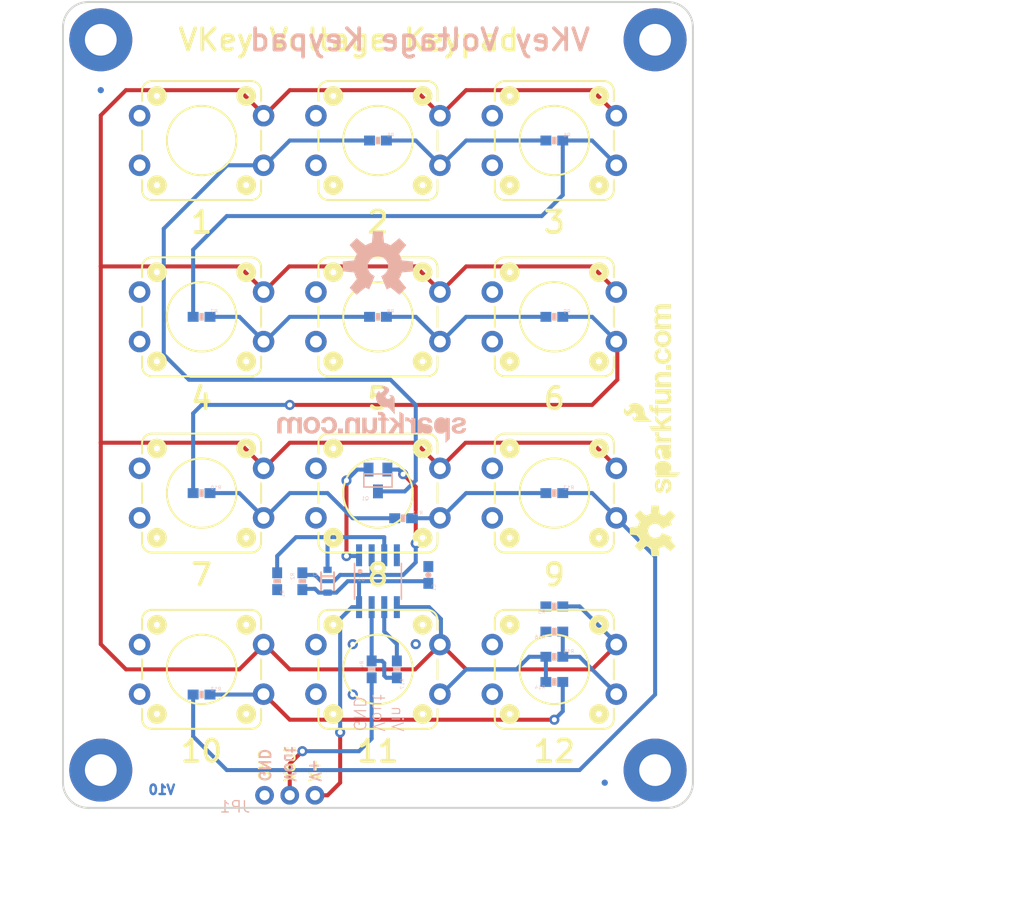
<source format=kicad_pcb>
(kicad_pcb (version 20211014) (generator pcbnew)
  (layers (0 "F.Cu" signal) (1 "In1.Cu" signal) (2 "In2.Cu" signal) (3 "In3.Cu" signal) (4 "In4.Cu" signal) (5 "In5.Cu" signal) (6 "In6.Cu" signal) (7 "In7.Cu" signal) (8 "In8.Cu" signal) (9 "In9.Cu" signal) (10 "In10.Cu" signal) (11 "In11.Cu" signal) (12 "In12.Cu" signal) (13 "In13.Cu" signal) (14 "In14.Cu" signal) (31 "B.Cu" signal) (34 "B.Paste" user) (35 "F.Paste" user) (36 "B.SilkS" user "B.Silkscreen") (37 "F.SilkS" user "F.Silkscreen") (38 "B.Mask" user) (39 "F.Mask" user) (44 "Edge.Cuts" user))
  (net 0 "")
  (net 1 "5V")
  (net 2 "GND")
  (net 3 "VOUT")
  (net 4 "N$1")
  (net 5 "N$5")
  (net 6 "N$6")
  (net 7 "N$7")
  (net 8 "N$8")
  (net 9 "N$9")
  (net 10 "N$10")
  (net 11 "N$11")
  (net 12 "N$13")
  (net 13 "N$14")
  (net 14 "N$15")
  (net 15 "N$16")
  (net 16 "N$4")
  (net 17 "N$2")
  (net 18 "N$3")
  (net 19 "N$12")
  (net 20 "N$17")
  (net 21 "N$18")
  (footprint "boardEagle:TACTILE-PTH-12MM" (layer "F.Cu") (at 148.5011 96.1136)
    (fp_text reference "S5" hide)
    (fp_text value "SWITCH-MOMENTARY-212MM" hide)
    (pad "1" thru_hole circle (at 6.25 2.5) (size 2.159 2.159) (drill 1.2) (layers *.Cu *.Mask) (net 10 "N$10"))
    (pad "2" thru_hole circle (at -6.25 2.5) (size 2.159 2.159) (drill 1.2) (layers *.Cu *.Mask))
    (pad "3" thru_hole circle (at 6.25 -2.5) (size 2.159 2.159) (drill 1.2) (layers *.Cu *.Mask) (net 18 "N$3"))
    (pad "4" thru_hole circle (at -6.25 -2.5) (size 2.159 2.159) (drill 1.2) (layers *.Cu *.Mask))
  )
  (footprint "boardEagle:TACTILE-PTH-12MM" (layer "F.Cu") (at 148.5011 113.8936)
    (fp_text reference "S8" hide)
    (fp_text value "SWITCH-MOMENTARY-212MM" hide)
    (pad "1" thru_hole circle (at 6.25 2.5) (size 2.159 2.159) (drill 1.2) (layers *.Cu *.Mask) (net 12 "N$13"))
    (pad "2" thru_hole circle (at -6.25 2.5) (size 2.159 2.159) (drill 1.2) (layers *.Cu *.Mask))
    (pad "3" thru_hole circle (at 6.25 -2.5) (size 2.159 2.159) (drill 1.2) (layers *.Cu *.Mask) (net 18 "N$3"))
    (pad "4" thru_hole circle (at -6.25 -2.5) (size 2.159 2.159) (drill 1.2) (layers *.Cu *.Mask))
  )
  (footprint "boardEagle:OSHW-LOGO-M" (layer "F.Cu") (at 176.4411 117.7036 90)
    (fp_text reference "LOGO3" hide)
    (fp_text value "OSHW-LOGOM" hide)
  )
  (footprint "boardEagle:TACTILE-PTH-12MM" (layer "F.Cu") (at 166.2811 131.6736)
    (fp_text reference "S12" hide)
    (fp_text value "SWITCH-MOMENTARY-212MM" hide)
    (pad "1" thru_hole circle (at 6.25 2.5) (size 2.159 2.159) (drill 1.2) (layers *.Cu *.Mask) (net 15 "N$16"))
    (pad "2" thru_hole circle (at -6.25 2.5) (size 2.159 2.159) (drill 1.2) (layers *.Cu *.Mask))
    (pad "3" thru_hole circle (at 6.25 -2.5) (size 2.159 2.159) (drill 1.2) (layers *.Cu *.Mask) (net 18 "N$3"))
    (pad "4" thru_hole circle (at -6.25 -2.5) (size 2.159 2.159) (drill 1.2) (layers *.Cu *.Mask))
  )
  (footprint "boardEagle:TACTILE-PTH-12MM" (layer "F.Cu") (at 166.2811 113.8936)
    (fp_text reference "S9" hide)
    (fp_text value "SWITCH-MOMENTARY-212MM" hide)
    (pad "1" thru_hole circle (at 6.25 2.5) (size 2.159 2.159) (drill 1.2) (layers *.Cu *.Mask) (net 13 "N$14"))
    (pad "2" thru_hole circle (at -6.25 2.5) (size 2.159 2.159) (drill 1.2) (layers *.Cu *.Mask))
    (pad "3" thru_hole circle (at 6.25 -2.5) (size 2.159 2.159) (drill 1.2) (layers *.Cu *.Mask) (net 18 "N$3"))
    (pad "4" thru_hole circle (at -6.25 -2.5) (size 2.159 2.159) (drill 1.2) (layers *.Cu *.Mask))
  )
  (footprint "boardEagle:TACTILE-PTH-12MM" (layer "F.Cu") (at 166.2811 78.3336)
    (fp_text reference "S3" hide)
    (fp_text value "SWITCH-MOMENTARY-212MM" hide)
    (pad "1" thru_hole circle (at 6.25 2.5) (size 2.159 2.159) (drill 1.2) (layers *.Cu *.Mask) (net 8 "N$8"))
    (pad "2" thru_hole circle (at -6.25 2.5) (size 2.159 2.159) (drill 1.2) (layers *.Cu *.Mask))
    (pad "3" thru_hole circle (at 6.25 -2.5) (size 2.159 2.159) (drill 1.2) (layers *.Cu *.Mask) (net 18 "N$3"))
    (pad "4" thru_hole circle (at -6.25 -2.5) (size 2.159 2.159) (drill 1.2) (layers *.Cu *.Mask))
  )
  (footprint "boardEagle:STANDOFF-ELECTRICAL" (layer "F.Cu") (at 120.5611 68.1736)
    (fp_text reference "S16" hide)
    (fp_text value "STANDOFF_ELECTRICAL" hide)
    (pad "P1" thru_hole circle (at 0 0) (size 6.35 6.35) (drill 3.2) (layers *.Cu *.Mask) (net 2 "GND"))
  )
  (footprint "boardEagle:TACTILE-PTH-12MM" (layer "F.Cu") (at 130.7211 96.1136)
    (fp_text reference "S4" hide)
    (fp_text value "SWITCH-MOMENTARY-212MM" hide)
    (pad "1" thru_hole circle (at 6.25 2.5) (size 2.159 2.159) (drill 1.2) (layers *.Cu *.Mask) (net 9 "N$9"))
    (pad "2" thru_hole circle (at -6.25 2.5) (size 2.159 2.159) (drill 1.2) (layers *.Cu *.Mask))
    (pad "3" thru_hole circle (at 6.25 -2.5) (size 2.159 2.159) (drill 1.2) (layers *.Cu *.Mask) (net 18 "N$3"))
    (pad "4" thru_hole circle (at -6.25 -2.5) (size 2.159 2.159) (drill 1.2) (layers *.Cu *.Mask))
  )
  (footprint "boardEagle:TACTILE-PTH-12MM" (layer "F.Cu") (at 130.7211 131.6736)
    (fp_text reference "S10" hide)
    (fp_text value "SWITCH-MOMENTARY-212MM" hide)
    (pad "1" thru_hole circle (at 6.25 2.5) (size 2.159 2.159) (drill 1.2) (layers *.Cu *.Mask) (net 14 "N$15"))
    (pad "2" thru_hole circle (at -6.25 2.5) (size 2.159 2.159) (drill 1.2) (layers *.Cu *.Mask))
    (pad "3" thru_hole circle (at 6.25 -2.5) (size 2.159 2.159) (drill 1.2) (layers *.Cu *.Mask) (net 18 "N$3"))
    (pad "4" thru_hole circle (at -6.25 -2.5) (size 2.159 2.159) (drill 1.2) (layers *.Cu *.Mask))
  )
  (footprint "boardEagle:TACTILE-PTH-12MM" (layer "F.Cu") (at 130.7211 78.3336)
    (fp_text reference "S1" hide)
    (fp_text value "SWITCH-MOMENTARY-212MM" hide)
    (pad "1" thru_hole circle (at 6.25 2.5) (size 2.159 2.159) (drill 1.2) (layers *.Cu *.Mask) (net 6 "N$6"))
    (pad "2" thru_hole circle (at -6.25 2.5) (size 2.159 2.159) (drill 1.2) (layers *.Cu *.Mask))
    (pad "3" thru_hole circle (at 6.25 -2.5) (size 2.159 2.159) (drill 1.2) (layers *.Cu *.Mask) (net 18 "N$3"))
    (pad "4" thru_hole circle (at -6.25 -2.5) (size 2.159 2.159) (drill 1.2) (layers *.Cu *.Mask))
  )
  (footprint "boardEagle:STANDOFF-ELECTRICAL" (layer "F.Cu") (at 176.4411 68.1736)
    (fp_text reference "S13" hide)
    (fp_text value "STANDOFF_ELECTRICAL" hide)
    (pad "P1" thru_hole circle (at 0 0) (size 6.35 6.35) (drill 3.2) (layers *.Cu *.Mask) (net 2 "GND"))
  )
  (footprint "boardEagle:STANDOFF-ELECTRICAL" (layer "F.Cu") (at 176.4411 141.8336)
    (fp_text reference "S14" hide)
    (fp_text value "STANDOFF_ELECTRICAL" hide)
    (pad "P1" thru_hole circle (at 0 0) (size 6.35 6.35) (drill 3.2) (layers *.Cu *.Mask) (net 2 "GND"))
  )
  (footprint "boardEagle:CREATIVE_COMMONS" (layer "F.Cu") (at 130.7211 155.8036)
    (fp_text reference "FRAME1" hide)
    (fp_text value "FRAME-LETTER" hide)
  )
  (footprint "boardEagle:TACTILE-PTH-12MM" (layer "F.Cu") (at 130.7211 113.8936)
    (fp_text reference "S7" hide)
    (fp_text value "SWITCH-MOMENTARY-212MM" hide)
    (pad "1" thru_hole circle (at 6.25 2.5) (size 2.159 2.159) (drill 1.2) (layers *.Cu *.Mask) (net 19 "N$12"))
    (pad "2" thru_hole circle (at -6.25 2.5) (size 2.159 2.159) (drill 1.2) (layers *.Cu *.Mask))
    (pad "3" thru_hole circle (at 6.25 -2.5) (size 2.159 2.159) (drill 1.2) (layers *.Cu *.Mask) (net 18 "N$3"))
    (pad "4" thru_hole circle (at -6.25 -2.5) (size 2.159 2.159) (drill 1.2) (layers *.Cu *.Mask))
  )
  (footprint "boardEagle:STANDOFF-ELECTRICAL" (layer "F.Cu") (at 120.5611 141.8336)
    (fp_text reference "S15" hide)
    (fp_text value "STANDOFF_ELECTRICAL" hide)
    (pad "P1" thru_hole circle (at 0 0) (size 6.35 6.35) (drill 3.2) (layers *.Cu *.Mask) (net 2 "GND"))
  )
  (footprint "boardEagle:TACTILE-PTH-12MM" (layer "F.Cu") (at 148.5011 78.3336)
    (fp_text reference "S2" hide)
    (fp_text value "SWITCH-MOMENTARY-212MM" hide)
    (pad "1" thru_hole circle (at 6.25 2.5) (size 2.159 2.159) (drill 1.2) (layers *.Cu *.Mask) (net 7 "N$7"))
    (pad "2" thru_hole circle (at -6.25 2.5) (size 2.159 2.159) (drill 1.2) (layers *.Cu *.Mask))
    (pad "3" thru_hole circle (at 6.25 -2.5) (size 2.159 2.159) (drill 1.2) (layers *.Cu *.Mask) (net 18 "N$3"))
    (pad "4" thru_hole circle (at -6.25 -2.5) (size 2.159 2.159) (drill 1.2) (layers *.Cu *.Mask))
  )
  (footprint "boardEagle:TACTILE-PTH-12MM" (layer "F.Cu") (at 148.5011 131.6736)
    (fp_text reference "S11" hide)
    (fp_text value "SWITCH-MOMENTARY-212MM" hide)
    (pad "1" thru_hole circle (at 6.25 2.5) (size 2.159 2.159) (drill 1.2) (layers *.Cu *.Mask) (net 16 "N$4"))
    (pad "2" thru_hole circle (at -6.25 2.5) (size 2.159 2.159) (drill 1.2) (layers *.Cu *.Mask))
    (pad "3" thru_hole circle (at 6.25 -2.5) (size 2.159 2.159) (drill 1.2) (layers *.Cu *.Mask) (net 18 "N$3"))
    (pad "4" thru_hole circle (at -6.25 -2.5) (size 2.159 2.159) (drill 1.2) (layers *.Cu *.Mask))
  )
  (footprint "boardEagle:TACTILE-PTH-12MM" (layer "F.Cu") (at 166.2811 96.1136)
    (fp_text reference "S6" hide)
    (fp_text value "SWITCH-MOMENTARY-212MM" hide)
    (pad "1" thru_hole circle (at 6.25 2.5) (size 2.159 2.159) (drill 1.2) (layers *.Cu *.Mask) (net 11 "N$11"))
    (pad "2" thru_hole circle (at -6.25 2.5) (size 2.159 2.159) (drill 1.2) (layers *.Cu *.Mask))
    (pad "3" thru_hole circle (at 6.25 -2.5) (size 2.159 2.159) (drill 1.2) (layers *.Cu *.Mask) (net 18 "N$3"))
    (pad "4" thru_hole circle (at -6.25 -2.5) (size 2.159 2.159) (drill 1.2) (layers *.Cu *.Mask))
  )
  (footprint "boardEagle:SFE-NEW-WEBLOGO" (layer "F.Cu") (at 178.9811 113.8936 90)
    (fp_text reference "LOGO1" hide)
    (fp_text value "LOGO-SFENEW" hide)
  )
  (footprint "boardEagle:0603-RES" (layer "B.Cu") (at 166.2811 125.3236)
    (fp_text reference "R3" (at -0.889 0.762 180) (layer "B.SilkS") (effects (font (size 0.373888 0.373888) (thickness 0.032512)) (justify left bottom mirror)))
    (fp_text value "1meg")
    (pad "1" smd rect (at -0.85 0) (size 1.1 1) (layers "B.Cu" "B.Paste" "B.Mask") (net 2 "GND"))
    (pad "2" smd rect (at 0.85 0) (size 1.1 1) (layers "B.Cu" "B.Paste" "B.Mask") (net 18 "N$3"))
  )
  (footprint "boardEagle:0603-RES" (layer "B.Cu") (at 166.2811 113.8936 180)
    (fp_text reference "R12" (at -0.889 0.762) (layer "B.SilkS") (effects (font (size 0.373888 0.373888) (thickness 0.032512)) (justify right top mirror)))
    (fp_text value "330")
    (pad "1" smd rect (at -0.85 0 180) (size 1.1 1) (layers "B.Cu" "B.Paste" "B.Mask") (net 13 "N$14"))
    (pad "2" smd rect (at 0.85 0 180) (size 1.1 1) (layers "B.Cu" "B.Paste" "B.Mask") (net 12 "N$13"))
  )
  (footprint "boardEagle:SO08" (layer "B.Cu") (at 148.5011 122.7836)
    (fp_text reference "U1" (at -1.27 0 180) (layer "B.SilkS") (effects (font (size 0.373888 0.373888) (thickness 0.032512)) (justify left bottom mirror)))
    (fp_text value "LMV358")
    (pad "1" smd rect (at -1.905 -2.6162) (size 0.6096 2.2098) (layers "B.Cu" "B.Paste" "B.Mask") (net 17 "N$2"))
    (pad "2" smd rect (at -0.635 -2.6162) (size 0.6096 2.2098) (layers "B.Cu" "B.Paste" "B.Mask") (net 5 "N$5"))
    (pad "3" smd rect (at 0.635 -2.6162) (size 0.6096 2.2098) (layers "B.Cu" "B.Paste" "B.Mask") (net 4 "N$1"))
    (pad "4" smd rect (at 1.905 -2.6162) (size 0.6096 2.2098) (layers "B.Cu" "B.Paste" "B.Mask") (net 2 "GND"))
    (pad "5" smd rect (at 1.905 2.6162) (size 0.6096 2.2098) (layers "B.Cu" "B.Paste" "B.Mask") (net 18 "N$3"))
    (pad "6" smd rect (at 0.635 2.6162) (size 0.6096 2.2098) (layers "B.Cu" "B.Paste" "B.Mask") (net 21 "N$18"))
    (pad "7" smd rect (at -0.635 2.6162) (size 0.6096 2.2098) (layers "B.Cu" "B.Paste" "B.Mask") (net 20 "N$17"))
    (pad "8" smd rect (at -1.905 2.6162) (size 0.6096 2.2098) (layers "B.Cu" "B.Paste" "B.Mask") (net 1 "5V"))
  )
  (footprint "boardEagle:SFE-NEW-WEBLOGO" (layer "B.Cu") (at 157.3911 108.8136 180)
    (fp_text reference "LOGO2" hide)
    (fp_text value "LOGO-SFENEW" hide)
  )
  (footprint "boardEagle:0603-RES" (layer "B.Cu") (at 130.7211 134.2136 180)
    (fp_text reference "R13" (at -0.889 0.762) (layer "B.SilkS") (effects (font (size 0.373888 0.373888) (thickness 0.032512)) (justify right top mirror)))
    (fp_text value "330")
    (pad "1" smd rect (at -0.85 0 180) (size 1.1 1) (layers "B.Cu" "B.Paste" "B.Mask") (net 14 "N$15"))
    (pad "2" smd rect (at 0.85 0 180) (size 1.1 1) (layers "B.Cu" "B.Paste" "B.Mask") (net 13 "N$14"))
  )
  (footprint "boardEagle:0603-RES" (layer "B.Cu") (at 140.8811 122.7836 -90)
    (fp_text reference "R2" (at -0.889 0.762 90) (layer "B.SilkS") (effects (font (size 0.373888 0.373888) (thickness 0.032512)) (justify left bottom mirror)))
    (fp_text value "1k")
    (pad "1" smd rect (at -0.85 0 270) (size 1.1 1) (layers "B.Cu" "B.Paste" "B.Mask") (net 5 "N$5"))
    (pad "2" smd rect (at 0.85 0 270) (size 1.1 1) (layers "B.Cu" "B.Paste" "B.Mask") (net 1 "5V"))
  )
  (footprint "boardEagle:0603-RES" (layer "B.Cu") (at 166.2811 78.3336 180)
    (fp_text reference "R6" (at -0.889 0.762) (layer "B.SilkS") (effects (font (size 0.373888 0.373888) (thickness 0.032512)) (justify right top mirror)))
    (fp_text value "330")
    (pad "1" smd rect (at -0.85 0 180) (size 1.1 1) (layers "B.Cu" "B.Paste" "B.Mask") (net 8 "N$8"))
    (pad "2" smd rect (at 0.85 0 180) (size 1.1 1) (layers "B.Cu" "B.Paste" "B.Mask") (net 7 "N$7"))
  )
  (footprint "boardEagle:0603-RES" (layer "B.Cu") (at 151.0411 116.4336 180)
    (fp_text reference "R11" (at -0.889 0.762) (layer "B.SilkS") (effects (font (size 0.373888 0.373888) (thickness 0.032512)) (justify right top mirror)))
    (fp_text value "330")
    (pad "1" smd rect (at -0.85 0 180) (size 1.1 1) (layers "B.Cu" "B.Paste" "B.Mask") (net 12 "N$13"))
    (pad "2" smd rect (at 0.85 0 180) (size 1.1 1) (layers "B.Cu" "B.Paste" "B.Mask") (net 19 "N$12"))
  )
  (footprint "boardEagle:0603-RES" (layer "B.Cu") (at 148.5011 78.3336 180)
    (fp_text reference "R5" (at -0.889 0.762) (layer "B.SilkS") (effects (font (size 0.373888 0.373888) (thickness 0.032512)) (justify right top mirror)))
    (fp_text value "330")
    (pad "1" smd rect (at -0.85 0 180) (size 1.1 1) (layers "B.Cu" "B.Paste" "B.Mask") (net 7 "N$7"))
    (pad "2" smd rect (at 0.85 0 180) (size 1.1 1) (layers "B.Cu" "B.Paste" "B.Mask") (net 6 "N$6"))
  )
  (footprint "boardEagle:MICRO-FIDUCIAL" (layer "B.Cu") (at 120.5611 73.2536 180)
    (fp_text reference "FID2" hide)
    (fp_text value "FIDUCIALUFIDUCIAL" hide)
    (pad "1" smd roundrect (at 0 0 180) (size 0.635 0.635) (layers "B.Cu" "B.Mask") (roundrect_rratio 0.5))
  )
  (footprint "boardEagle:0603-RES" (layer "B.Cu") (at 130.7211 96.1136 180)
    (fp_text reference "R7" (at -0.889 0.762) (layer "B.SilkS") (effects (font (size 0.373888 0.373888) (thickness 0.032512)) (justify right top mirror)))
    (fp_text value "330")
    (pad "1" smd rect (at -0.85 0 180) (size 1.1 1) (layers "B.Cu" "B.Paste" "B.Mask") (net 9 "N$9"))
    (pad "2" smd rect (at 0.85 0 180) (size 1.1 1) (layers "B.Cu" "B.Paste" "B.Mask") (net 8 "N$8"))
  )
  (footprint "boardEagle:0603-RES" (layer "B.Cu") (at 148.5011 96.1136 180)
    (fp_text reference "R8" (at -0.889 0.762) (layer "B.SilkS") (effects (font (size 0.373888 0.373888) (thickness 0.032512)) (justify right top mirror)))
    (fp_text value "330")
    (pad "1" smd rect (at -0.85 0 180) (size 1.1 1) (layers "B.Cu" "B.Paste" "B.Mask") (net 10 "N$10"))
    (pad "2" smd rect (at 0.85 0 180) (size 1.1 1) (layers "B.Cu" "B.Paste" "B.Mask") (net 9 "N$9"))
  )
  (footprint "boardEagle:OSHW-LOGO-L" (layer "B.Cu") (at 148.5011 91.0336 180)
    (fp_text reference "LOGO4" hide)
    (fp_text value "OSHW-LOGOL" hide)
  )
  (footprint "boardEagle:0603-RES" (layer "B.Cu") (at 147.8661 131.6736 -90)
    (fp_text reference "R4" (at -0.889 0.762 90) (layer "B.SilkS") (effects (font (size 0.373888 0.373888) (thickness 0.032512)) (justify left bottom mirror)))
    (fp_text value "100")
    (pad "1" smd rect (at -0.85 0 270) (size 1.1 1) (layers "B.Cu" "B.Paste" "B.Mask") (net 20 "N$17"))
    (pad "2" smd rect (at 0.85 0 270) (size 1.1 1) (layers "B.Cu" "B.Paste" "B.Mask") (net 3 "VOUT"))
  )
  (footprint "boardEagle:SOD-323" (layer "B.Cu") (at 143.4211 122.7836 -90)
    (fp_text reference "D1" (at -0.889 1.016 90) (layer "B.SilkS") (effects (font (size 0.373888 0.373888) (thickness 0.032512)) (justify left bottom mirror)))
    (fp_text value "BAS16")
    (pad "1" smd rect (at -1.15 0 270) (size 0.63 0.83) (layers "B.Cu" "B.Paste" "B.Mask") (net 4 "N$1"))
    (pad "2" smd rect (at 1.15 0 270) (size 0.63 0.83) (layers "B.Cu" "B.Paste" "B.Mask") (net 1 "5V"))
  )
  (footprint "boardEagle:0603-RES" (layer "B.Cu") (at 150.4061 131.6736 90)
    (fp_text reference "R17" (at -0.889 0.762 270) (layer "B.SilkS") (effects (font (size 0.373888 0.373888) (thickness 0.032512)) (justify left bottom mirror)))
    (fp_text value "1k")
    (pad "1" smd rect (at -0.85 0 90) (size 1.1 1) (layers "B.Cu" "B.Paste" "B.Mask") (net 20 "N$17"))
    (pad "2" smd rect (at 0.85 0 90) (size 1.1 1) (layers "B.Cu" "B.Paste" "B.Mask") (net 21 "N$18"))
  )
  (footprint "boardEagle:0603-RES" (layer "B.Cu") (at 166.2811 96.1136 180)
    (fp_text reference "R9" (at -0.889 0.762) (layer "B.SilkS") (effects (font (size 0.373888 0.373888) (thickness 0.032512)) (justify right top mirror)))
    (fp_text value "330")
    (pad "1" smd rect (at -0.85 0 180) (size 1.1 1) (layers "B.Cu" "B.Paste" "B.Mask") (net 11 "N$11"))
    (pad "2" smd rect (at 0.85 0 180) (size 1.1 1) (layers "B.Cu" "B.Paste" "B.Mask") (net 10 "N$10"))
  )
  (footprint "boardEagle:0603-RES" (layer "B.Cu") (at 130.7211 113.8936 180)
    (fp_text reference "R10" (at -0.889 0.762) (layer "B.SilkS") (effects (font (size 0.373888 0.373888) (thickness 0.032512)) (justify right top mirror)))
    (fp_text value "330")
    (pad "1" smd rect (at -0.85 0 180) (size 1.1 1) (layers "B.Cu" "B.Paste" "B.Mask") (net 19 "N$12"))
    (pad "2" smd rect (at 0.85 0 180) (size 1.1 1) (layers "B.Cu" "B.Paste" "B.Mask") (net 11 "N$11"))
  )
  (footprint "boardEagle:0603-RES" (layer "B.Cu") (at 166.2811 127.8636)
    (fp_text reference "R16" (at -0.889 0.762 180) (layer "B.SilkS") (effects (font (size 0.373888 0.373888) (thickness 0.032512)) (justify left bottom mirror)))
    (fp_text value "330")
    (pad "1" smd rect (at -0.85 0) (size 1.1 1) (layers "B.Cu" "B.Paste" "B.Mask") (net 2 "GND"))
    (pad "2" smd rect (at 0.85 0) (size 1.1 1) (layers "B.Cu" "B.Paste" "B.Mask") (net 15 "N$16"))
  )
  (footprint "boardEagle:0603-CAP" (layer "B.Cu") (at 153.5811 122.1486 90)
    (fp_text reference "C1" (at -0.889 0.762 270) (layer "B.SilkS") (effects (font (size 0.373888 0.373888) (thickness 0.032512)) (justify left bottom mirror)))
    (fp_text value ".01uF")
    (pad "1" smd rect (at -0.85 0 90) (size 1.1 1) (layers "B.Cu" "B.Paste" "B.Mask") (net 1 "5V"))
    (pad "2" smd rect (at 0.85 0 90) (size 1.1 1) (layers "B.Cu" "B.Paste" "B.Mask") (net 2 "GND"))
  )
  (footprint "boardEagle:0603-RES" (layer "B.Cu") (at 138.3411 122.7836 90)
    (fp_text reference "R1" (at -0.889 0.762 270) (layer "B.SilkS") (effects (font (size 0.373888 0.373888) (thickness 0.032512)) (justify left bottom mirror)))
    (fp_text value "10k")
    (pad "1" smd rect (at -0.85 0 90) (size 1.1 1) (layers "B.Cu" "B.Paste" "B.Mask") (net 2 "GND"))
    (pad "2" smd rect (at 0.85 0 90) (size 1.1 1) (layers "B.Cu" "B.Paste" "B.Mask") (net 4 "N$1"))
  )
  (footprint "boardEagle:0603-RES" (layer "B.Cu") (at 166.2811 130.4036 180)
    (fp_text reference "R15" (at -0.889 0.762) (layer "B.SilkS") (effects (font (size 0.373888 0.373888) (thickness 0.032512)) (justify right top mirror)))
    (fp_text value "330")
    (pad "1" smd rect (at -0.85 0 180) (size 1.1 1) (layers "B.Cu" "B.Paste" "B.Mask") (net 15 "N$16"))
    (pad "2" smd rect (at 0.85 0 180) (size 1.1 1) (layers "B.Cu" "B.Paste" "B.Mask") (net 16 "N$4"))
  )
  (footprint "boardEagle:0603-RES" (layer "B.Cu") (at 166.2811 132.9436)
    (fp_text reference "R14" (at -0.889 0.762 180) (layer "B.SilkS") (effects (font (size 0.373888 0.373888) (thickness 0.032512)) (justify left bottom mirror)))
    (fp_text value "330")
    (pad "1" smd rect (at -0.85 0) (size 1.1 1) (layers "B.Cu" "B.Paste" "B.Mask") (net 16 "N$4"))
    (pad "2" smd rect (at 0.85 0) (size 1.1 1) (layers "B.Cu" "B.Paste" "B.Mask") (net 14 "N$15"))
  )
  (footprint "boardEagle:SOT23" (layer "B.Cu") (at 148.5011 112.6236)
    (fp_text reference "Q1" (at -0.889 2.032 180) (layer "B.SilkS") (effects (font (size 0.373888 0.373888) (thickness 0.032512)) (justify left bottom mirror)))
    (fp_text value "MMBT3906")
    (pad "1" smd rect (at -0.95 -1.1) (size 1 1.4) (layers "B.Cu" "B.Paste" "B.Mask") (net 17 "N$2"))
    (pad "2" smd rect (at 0.95 -1.1) (size 1 1.4) (layers "B.Cu" "B.Paste" "B.Mask") (net 5 "N$5"))
    (pad "3" smd rect (at 0 1.1) (size 1 1.4) (layers "B.Cu" "B.Paste" "B.Mask") (net 6 "N$6"))
  )
  (footprint "boardEagle:MICRO-FIDUCIAL" (layer "B.Cu") (at 171.3611 143.1036 180)
    (fp_text reference "FID1" hide)
    (fp_text value "FIDUCIALUFIDUCIAL" hide)
    (pad "1" smd roundrect (at 0 0 180) (size 0.635 0.635) (layers "B.Cu" "B.Mask") (roundrect_rratio 0.5))
  )
  (footprint "boardEagle:1X03_NO_SILK" (layer "B.Cu") (at 137.0711 144.3736)
    (fp_text reference "JP1" (at -1.3462 1.8288 180) (layer "B.SilkS") (effects (font (size 1.143 1.143) (thickness 0.127)) (justify left bottom mirror)))
    (fp_text value "POWER & OUTPUT")
    (pad "1" thru_hole circle (at 0 0 270) (size 1.8796 1.8796) (drill 1.016) (layers *.Cu *.Mask) (net 2 "GND"))
    (pad "2" thru_hole circle (at 2.54 0 270) (size 1.8796 1.8796) (drill 1.016) (layers *.Cu *.Mask) (net 3 "VOUT"))
    (pad "3" thru_hole circle (at 5.08 0 270) (size 1.8796 1.8796) (drill 1.016) (layers *.Cu *.Mask) (net 1 "5V"))
  )
  (gr_line (start 116.7511 66.9036) (end 116.7511 143.1036) (layer "Edge.Cuts") (width 0.2032))
  (gr_arc (start 180.2511 143.1036) (mid 179.507151 144.899651) (end 177.7111 145.6436) (layer "Edge.Cuts") (width 0.2032))
  (gr_line (start 119.2911 145.6436) (end 177.7111 145.6436) (layer "Edge.Cuts") (width 0.2032))
  (gr_arc (start 119.2911 145.6436) (mid 117.495049 144.899651) (end 116.7511 143.1036) (layer "Edge.Cuts") (width 0.2032))
  (gr_line (start 180.2511 143.1036) (end 180.2511 66.9036) (layer "Edge.Cuts") (width 0.2032))
  (gr_arc (start 116.7511 66.9036) (mid 117.495049 65.107549) (end 119.2911 64.3636) (layer "Edge.Cuts") (width 0.2032))
  (gr_arc (start 177.7111 64.3636) (mid 179.507151 65.107549) (end 180.2511 66.9036) (layer "Edge.Cuts") (width 0.2032))
  (gr_line (start 177.7111 64.3636) (end 119.2911 64.3636) (layer "Edge.Cuts") (width 0.2032))
  (gr_text "V10" (at 128.1811 144.3736) (layer "B.Cu") (effects (font (size 0.9525 0.9525) (thickness 0.3175)) (justify left bottom mirror)))
  (gr_text "VKey Voltage Keypad" (at 170.0911 69.4436) (layer "B.SilkS") (effects (font (size 2.159 2.159) (thickness 0.381)) (justify left bottom mirror)))
  (gr_text "Vout" (at 147.8661 138.0236 -90) (layer "B.SilkS") (effects (font (size 1.1684 1.1684) (thickness 0.1016)) (justify left bottom mirror)))
  (gr_text "Vin" (at 149.7711 138.0236 -90) (layer "B.SilkS") (effects (font (size 1.1684 1.1684) (thickness 0.1016)) (justify left bottom mirror)))
  (gr_text "GND" (at 137.0711 143.1036 -90) (layer "B.SilkS") (effects (font (size 1.0795 1.0795) (thickness 0.1905)) (justify left mirror)))
  (gr_text "Vout" (at 139.6111 143.1036 -90) (layer "B.SilkS") (effects (font (size 1.0795 1.0795) (thickness 0.1905)) (justify left mirror)))
  (gr_text "V+" (at 142.1511 143.1036 -90) (layer "B.SilkS") (effects (font (size 1.0795 1.0795) (thickness 0.1905)) (justify left mirror)))
  (gr_text "GND" (at 145.9611 138.0236 -90) (layer "B.SilkS") (effects (font (size 1.1684 1.1684) (thickness 0.1016)) (justify left bottom mirror)))
  (gr_text "1" (at 130.7211 85.3186) (layer "F.SilkS") (effects (font (size 2.159 2.159) (thickness 0.381)) (justify top)))
  (gr_text "7" (at 130.7211 120.8786) (layer "F.SilkS") (effects (font (size 2.159 2.159) (thickness 0.381)) (justify top)))
  (gr_text "V+" (at 142.1511 143.1036 90) (layer "F.SilkS") (effects (font (size 1.0795 1.0795) (thickness 0.1905)) (justify left)))
  (gr_text "VKey Voltage Keypad" (at 128.1811 69.4436) (layer "F.SilkS") (effects (font (size 2.159 2.159) (thickness 0.381)) (justify left bottom)))
  (gr_text "10" (at 130.7211 138.6586) (layer "F.SilkS") (effects (font (size 2.159 2.159) (thickness 0.381)) (justify top)))
  (gr_text "6" (at 166.2811 103.0986) (layer "F.SilkS") (effects (font (size 2.159 2.159) (thickness 0.381)) (justify top)))
  (gr_text "12" (at 166.2811 138.6586) (layer "F.SilkS") (effects (font (size 2.159 2.159) (thickness 0.381)) (justify top)))
  (gr_text "9" (at 166.2811 120.8786) (layer "F.SilkS") (effects (font (size 2.159 2.159) (thickness 0.381)) (justify top)))
  (gr_text "Vout" (at 139.6111 143.1036 90) (layer "F.SilkS") (effects (font (size 1.0795 1.0795) (thickness 0.1905)) (justify left)))
  (gr_text "5" (at 148.5011 103.0986) (layer "F.SilkS") (effects (font (size 2.159 2.159) (thickness 0.381)) (justify top)))
  (gr_text "4" (at 130.7211 103.0986) (layer "F.SilkS") (effects (font (size 2.159 2.159) (thickness 0.381)) (justify top)))
  (gr_text "GND" (at 137.0711 143.1036 90) (layer "F.SilkS") (effects (font (size 1.0795 1.0795) (thickness 0.1905)) (justify left)))
  (gr_text "3" (at 166.2811 85.3186) (layer "F.SilkS") (effects (font (size 2.159 2.159) (thickness 0.381)) (justify top)))
  (gr_text "11" (at 148.5011 138.6586) (layer "F.SilkS") (effects (font (size 2.159 2.159) (thickness 0.381)) (justify top)))
  (gr_text "2" (at 148.5011 85.3186) (layer "F.SilkS") (effects (font (size 2.159 2.159) (thickness 0.381)) (justify top)))
  (gr_text "8" (at 148.5011 120.8786) (layer "F.SilkS") (effects (font (size 2.159 2.159) (thickness 0.381)) (justify top)))
  (segment (start 142.1511 144.3736) (end 143.4211 144.3736) (width 0.4064) (layer "F.Cu") (net 1))
  (segment (start 144.6911 143.1036) (end 144.6911 138.0236) (width 0.4064) (layer "F.Cu") (net 1))
  (segment (start 143.4211 144.3736) (end 144.6911 143.1036) (width 0.4064) (layer "F.Cu") (net 1))
  (via (at 144.6911 138.0236) (size 1.016) (drill 0.508) (layers "F.Cu" "B.Cu") (net 1))
  (segment (start 140.9621 123.5526) (end 142.1441 123.5526) (width 0.4064) (layer "B.Cu") (net 1))
  (segment (start 146.5961 125.3998) (end 145.8849 125.3998) (width 0.4064) (layer "B.Cu") (net 1))
  (segment (start 142.5391 123.9336) (end 142.1511 123.5456) (width 0.4064) (layer "B.Cu") (net 1))
  (segment (start 146.5961 125.3998) (end 146.5961 122.7836) (width 0.4064) (layer "B.Cu") (net 1))
  (segment (start 144.6911 138.0236) (end 144.6911 126.5936) (width 0.4064) (layer "B.Cu") (net 1))
  (segment (start 142.1441 123.5526) (end 142.1511 123.5456) (width 0.4064) (layer "B.Cu") (net 1))
  (segment (start 143.4211 123.9336) (end 144.3031 123.9336) (width 0.4064) (layer "B.Cu") (net 1))
  (segment (start 144.3031 123.9336) (end 145.4531 122.7836) (width 0.4064) (layer "B.Cu") (net 1))
  (segment (start 140.9621 123.5526) (end 140.8811 123.6336) (width 0.4064) (layer "B.Cu") (net 1))
  (segment (start 146.5961 122.7836) (end 153.3661 122.7836) (width 0.4064) (layer "B.Cu") (net 1))
  (segment (start 143.4211 123.9336) (end 142.5391 123.9336) (width 0.4064) (layer "B.Cu") (net 1))
  (segment (start 145.8849 125.3998) (end 144.6911 126.5936) (width 0.4064) (layer "B.Cu") (net 1))
  (segment (start 145.4531 122.7836) (end 146.5961 122.7836) (width 0.4064) (layer "B.Cu") (net 1))
  (segment (start 153.5811 122.9986) (end 153.3661 122.7836) (width 0.4064) (layer "B.Cu") (net 1))
  (via (at 152.3111 129.1336) (size 1.016) (drill 0.508) (layers "F.Cu" "B.Cu") (net 2))
  (via (at 145.9611 134.2136) (size 1.016) (drill 0.508) (layers "F.Cu" "B.Cu") (net 2))
  (via (at 145.9611 129.1336) (size 1.016) (drill 0.508) (layers "F.Cu" "B.Cu") (net 2))
  (segment (start 139.6111 141.1986) (end 139.6111 144.3736) (width 0.4064) (layer "F.Cu") (net 3))
  (segment (start 140.8811 139.9286) (end 139.6111 141.1986) (width 0.4064) (layer "F.Cu") (net 3))
  (via (at 140.8811 139.9286) (size 1.016) (drill 0.508) (layers "F.Cu" "B.Cu") (net 3))
  (segment (start 146.5961 139.9286) (end 140.8811 139.9286) (width 0.4064) (layer "B.Cu") (net 3))
  (segment (start 147.8661 138.6586) (end 146.5961 139.9286) (width 0.4064) (layer "B.Cu") (net 3))
  (segment (start 147.8661 132.5236) (end 147.8661 138.6586) (width 0.4064) (layer "B.Cu") (net 3))
  (segment (start 140.2461 118.3386) (end 143.4211 118.3386) (width 0.4064) (layer "B.Cu") (net 4))
  (segment (start 149.1361 120.1674) (end 149.1361 118.3386) (width 0.4064) (layer "B.Cu") (net 4))
  (segment (start 143.4211 118.3386) (end 149.1361 118.3386) (width 0.4064) (layer "B.Cu") (net 4))
  (segment (start 138.3411 121.9336) (end 138.3411 120.2436) (width 0.4064) (layer "B.Cu") (net 4))
  (segment (start 138.3411 120.2436) (end 140.2461 118.3386) (width 0.4064) (layer "B.Cu") (net 4))
  (segment (start 143.4211 121.6336) (end 143.4211 118.3386) (width 0.4064) (layer "B.Cu") (net 4))
  (segment (start 151.0411 111.9886) (end 152.3111 113.2586) (width 0.4064) (layer "F.Cu") (net 5))
  (segment (start 152.3111 113.2586) (end 152.3111 118.9736) (width 0.4064) (layer "F.Cu") (net 5))
  (via (at 152.3111 118.9736) (size 1.016) (drill 0.508) (layers "F.Cu" "B.Cu") (net 5))
  (via (at 151.0411 111.9886) (size 1.016) (drill 0.508) (layers "F.Cu" "B.Cu") (net 5))
  (segment (start 140.8811 121.9336) (end 141.0961 122.1486) (width 0.4064) (layer "B.Cu") (net 5))
  (segment (start 147.8661 122.1486) (end 144.6911 122.1486) (width 0.4064) (layer "B.Cu") (net 5))
  (segment (start 147.8661 120.1674) (end 147.8661 122.1486) (width 0.4064) (layer "B.Cu") (net 5))
  (segment (start 150.5761 111.5236) (end 149.4511 111.5236) (width 0.4064) (layer "B.Cu") (net 5))
  (segment (start 144.0561 122.7836) (end 144.6911 122.1486) (width 0.4064) (layer "B.Cu") (net 5))
  (segment (start 150.5761 111.5236) (end 151.0411 111.9886) (width 0.4064) (layer "B.Cu") (net 5))
  (segment (start 142.7861 122.7836) (end 144.0561 122.7836) (width 0.4064) (layer "B.Cu") (net 5))
  (segment (start 151.0411 122.1486) (end 147.8661 122.1486) (width 0.4064) (layer "B.Cu") (net 5))
  (segment (start 152.3111 120.8786) (end 152.3111 118.9736) (width 0.4064) (layer "B.Cu") (net 5))
  (segment (start 141.0961 122.1486) (end 142.1511 122.1486) (width 0.4064) (layer "B.Cu") (net 5))
  (segment (start 142.1511 122.1486) (end 142.7861 122.7836) (width 0.4064) (layer "B.Cu") (net 5))
  (segment (start 151.0411 122.1486) (end 152.3111 120.8786) (width 0.4064) (layer "B.Cu") (net 5))
  (segment (start 148.5011 113.7236) (end 151.2111 113.7236) (width 0.4064) (layer "B.Cu") (net 6))
  (segment (start 126.9111 99.9236) (end 126.9111 87.2236) (width 0.4064) (layer "B.Cu") (net 6))
  (segment (start 139.6111 78.3336) (end 147.6511 78.3336) (width 0.4064) (layer "B.Cu") (net 6))
  (segment (start 149.7711 102.4636) (end 129.4511 102.4636) (width 0.4064) (layer "B.Cu") (net 6))
  (segment (start 151.2111 113.7236) (end 152.3111 112.6236) (width 0.4064) (layer "B.Cu") (net 6))
  (segment (start 136.9711 80.8336) (end 133.3011 80.8336) (width 0.4064) (layer "B.Cu") (net 6))
  (segment (start 136.9711 80.8336) (end 137.1111 80.8336) (width 0.4064) (layer "B.Cu") (net 6))
  (segment (start 129.4511 102.4636) (end 126.9111 99.9236) (width 0.4064) (layer "B.Cu") (net 6))
  (segment (start 137.1111 80.8336) (end 139.6111 78.3336) (width 0.4064) (layer "B.Cu") (net 6))
  (segment (start 152.3111 105.0036) (end 149.7711 102.4636) (width 0.4064) (layer "B.Cu") (net 6))
  (segment (start 152.3111 112.6236) (end 152.3111 105.0036) (width 0.4064) (layer "B.Cu") (net 6))
  (segment (start 126.9111 87.2236) (end 133.3011 80.8336) (width 0.4064) (layer "B.Cu") (net 6))
  (segment (start 165.4311 78.3336) (end 157.3911 78.3336) (width 0.4064) (layer "B.Cu") (net 7))
  (segment (start 154.7511 80.7736) (end 154.9511 80.7736) (width 0.4064) (layer "B.Cu") (net 7))
  (segment (start 154.7511 80.7736) (end 152.3111 78.3336) (width 0.4064) (layer "B.Cu") (net 7))
  (segment (start 149.3511 78.3336) (end 152.3111 78.3336) (width 0.4064) (layer "B.Cu") (net 7))
  (segment (start 154.7511 80.8336) (end 154.7511 80.7736) (width 0.4064) (layer "B.Cu") (net 7))
  (segment (start 154.9511 80.7736) (end 157.3911 78.3336) (width 0.4064) (layer "B.Cu") (net 7))
  (segment (start 167.1311 83.8336) (end 165.0111 85.9536) (width 0.4064) (layer "B.Cu") (net 8))
  (segment (start 172.5311 80.7736) (end 170.0911 78.3336) (width 0.4064) (layer "B.Cu") (net 8))
  (segment (start 172.5311 80.8336) (end 172.5311 80.7736) (width 0.4064) (layer "B.Cu") (net 8))
  (segment (start 167.1311 78.3336) (end 170.0911 78.3336) (width 0.4064) (layer "B.Cu") (net 8))
  (segment (start 165.0111 85.9536) (end 133.2611 85.9536) (width 0.4064) (layer "B.Cu") (net 8))
  (segment (start 129.8711 89.3436) (end 129.8711 96.1136) (width 0.4064) (layer "B.Cu") (net 8))
  (segment (start 129.8711 89.3436) (end 133.2611 85.9536) (width 0.4064) (layer "B.Cu") (net 8))
  (segment (start 167.1311 78.3336) (end 167.1311 83.8336) (width 0.4064) (layer "B.Cu") (net 8))
  (segment (start 131.5711 96.1136) (end 134.5311 96.1136) (width 0.4064) (layer "B.Cu") (net 9))
  (segment (start 136.9711 98.5536) (end 134.5311 96.1136) (width 0.4064) (layer "B.Cu") (net 9))
  (segment (start 136.9711 98.6136) (end 136.9711 98.5536) (width 0.4064) (layer "B.Cu") (net 9))
  (segment (start 137.1711 98.5536) (end 139.6111 96.1136) (width 0.4064) (layer "B.Cu") (net 9))
  (segment (start 136.9711 98.5536) (end 137.1711 98.5536) (width 0.4064) (layer "B.Cu") (net 9))
  (segment (start 147.6511 96.1136) (end 139.6111 96.1136) (width 0.4064) (layer "B.Cu") (net 9))
  (segment (start 154.7511 98.6136) (end 154.7511 98.5536) (width 0.4064) (layer "B.Cu") (net 10))
  (segment (start 154.8911 98.6136) (end 157.3911 96.1136) (width 0.4064) (layer "B.Cu") (net 10))
  (segment (start 154.7511 98.6136) (end 154.8911 98.6136) (width 0.4064) (layer "B.Cu") (net 10))
  (segment (start 154.7511 98.5536) (end 152.3111 96.1136) (width 0.4064) (layer "B.Cu") (net 10))
  (segment (start 149.3511 96.1136) (end 152.3111 96.1136) (width 0.4064) (layer "B.Cu") (net 10))
  (segment (start 165.4311 96.1136) (end 157.3911 96.1136) (width 0.4064) (layer "B.Cu") (net 10))
  (segment (start 172.5311 98.6136) (end 172.6311 98.7136) (width 0.4064) (layer "F.Cu") (net 11))
  (segment (start 170.0911 105.0036) (end 172.6311 102.4636) (width 0.4064) (layer "F.Cu") (net 11))
  (segment (start 170.0911 105.0036) (end 139.6111 105.0036) (width 0.4064) (layer "F.Cu") (net 11))
  (segment (start 172.6311 98.7136) (end 172.6311 102.4636) (width 0.4064) (layer "F.Cu") (net 11))
  (via (at 139.6111 105.0036) (size 1.016) (drill 0.508) (layers "F.Cu" "B.Cu") (net 11))
  (segment (start 172.5311 98.6136) (end 172.5311 98.5536) (width 0.4064) (layer "B.Cu") (net 11))
  (segment (start 129.8711 105.8536) (end 130.7211 105.0036) (width 0.4064) (layer "B.Cu") (net 11))
  (segment (start 139.6111 105.0036) (end 130.7211 105.0036) (width 0.4064) (layer "B.Cu") (net 11))
  (segment (start 167.1311 96.1136) (end 170.0911 96.1136) (width 0.4064) (layer "B.Cu") (net 11))
  (segment (start 172.5311 98.5536) (end 170.0911 96.1136) (width 0.4064) (layer "B.Cu") (net 11))
  (segment (start 129.8711 113.8936) (end 129.8711 105.8536) (width 0.4064) (layer "B.Cu") (net 11))
  (segment (start 165.4311 113.8936) (end 157.3911 113.8936) (width 0.4064) (layer "B.Cu") (net 12))
  (segment (start 154.7511 116.3936) (end 154.8111 116.3936) (width 0.4064) (layer "B.Cu") (net 12))
  (segment (start 154.8111 116.3936) (end 154.8511 116.4336) (width 0.4064) (layer "B.Cu") (net 12))
  (segment (start 154.7511 116.3936) (end 154.8911 116.3936) (width 0.4064) (layer "B.Cu") (net 12))
  (segment (start 154.8911 116.3936) (end 157.3911 113.8936) (width 0.4064) (layer "B.Cu") (net 12))
  (segment (start 151.8911 116.4336) (end 154.8511 116.4336) (width 0.4064) (layer "B.Cu") (net 12))
  (segment (start 133.2611 141.8336) (end 168.8211 141.8336) (width 0.4064) (layer "B.Cu") (net 13))
  (segment (start 172.5311 116.3936) (end 172.5311 116.3336) (width 0.4064) (layer "B.Cu") (net 13))
  (segment (start 172.5311 116.3336) (end 170.0911 113.8936) (width 0.4064) (layer "B.Cu") (net 13))
  (segment (start 167.1311 113.8936) (end 170.0911 113.8936) (width 0.4064) (layer "B.Cu") (net 13))
  (segment (start 168.8211 141.8336) (end 176.4411 134.2136) (width 0.4064) (layer "B.Cu") (net 13))
  (segment (start 176.4411 134.2136) (end 176.4411 120.3036) (width 0.4064) (layer "B.Cu") (net 13))
  (segment (start 129.8711 134.2136) (end 129.8711 138.4436) (width 0.4064) (layer "B.Cu") (net 13))
  (segment (start 176.4411 120.3036) (end 172.5311 116.3936) (width 0.4064) (layer "B.Cu") (net 13))
  (segment (start 129.8711 138.4436) (end 133.2611 141.8336) (width 0.4064) (layer "B.Cu") (net 13))
  (segment (start 136.9711 134.1736) (end 138.2411 135.3836) (width 0.4064) (layer "F.Cu") (net 14))
  (segment (start 166.2811 136.7536) (end 139.6111 136.7536) (width 0.4064) (layer "F.Cu") (net 14))
  (segment (start 139.6111 136.7536) (end 138.2411 135.3836) (width 0.4064) (layer "F.Cu") (net 14))
  (via (at 166.2811 136.7536) (size 1.016) (drill 0.508) (layers "F.Cu" "B.Cu") (net 14))
  (segment (start 136.9711 134.1736) (end 137.0311 134.1736) (width 0.4064) (layer "B.Cu") (net 14))
  (segment (start 131.5711 134.2136) (end 136.9311 134.2136) (width 0.4064) (layer "B.Cu") (net 14))
  (segment (start 167.1311 132.9436) (end 167.1311 135.9036) (width 0.4064) (layer "B.Cu") (net 14))
  (segment (start 136.9311 134.2136) (end 136.9711 134.1736) (width 0.4064) (layer "B.Cu") (net 14))
  (segment (start 167.1311 135.9036) (end 166.2811 136.7536) (width 0.4064) (layer "B.Cu") (net 14))
  (segment (start 137.0311 134.1736) (end 137.0711 134.2136) (width 0.4064) (layer "B.Cu") (net 14))
  (segment (start 167.1311 127.8636) (end 167.1311 130.4036) (width 0.4064) (layer "B.Cu") (net 15))
  (segment (start 172.5311 134.1736) (end 172.5311 134.1136) (width 0.4064) (layer "B.Cu") (net 15))
  (segment (start 172.5311 134.1136) (end 168.8211 130.4036) (width 0.4064) (layer "B.Cu") (net 15))
  (segment (start 167.1311 130.4036) (end 168.8211 130.4036) (width 0.4064) (layer "B.Cu") (net 15))
  (segment (start 154.8911 134.1736) (end 157.3911 131.6736) (width 0.4064) (layer "B.Cu") (net 16))
  (segment (start 165.4311 132.9436) (end 165.4311 130.4036) (width 0.4064) (layer "B.Cu") (net 16))
  (segment (start 154.7511 134.1736) (end 154.8911 134.1736) (width 0.4064) (layer "B.Cu") (net 16))
  (segment (start 165.4311 130.4036) (end 163.7411 130.4036) (width 0.4064) (layer "B.Cu") (net 16))
  (segment (start 163.7411 130.4036) (end 162.4711 131.6736) (width 0.4064) (layer "B.Cu") (net 16))
  (segment (start 162.4711 131.6736) (end 157.3911 131.6736) (width 0.4064) (layer "B.Cu") (net 16))
  (segment (start 145.3261 120.2436) (end 145.3261 112.6236) (width 0.4064) (layer "F.Cu") (net 17))
  (via (at 145.3261 112.6236) (size 1.016) (drill 0.508) (layers "F.Cu" "B.Cu") (net 17))
  (via (at 145.3261 120.2436) (size 1.016) (drill 0.508) (layers "F.Cu" "B.Cu") (net 17))
  (segment (start 146.4261 111.5236) (end 145.3261 112.6236) (width 0.4064) (layer "B.Cu") (net 17))
  (segment (start 146.5199 120.2436) (end 145.3261 120.2436) (width 0.4064) (layer "B.Cu") (net 17))
  (segment (start 146.5961 120.1674) (end 146.5199 120.2436) (width 0.4064) (layer "B.Cu") (net 17))
  (segment (start 146.4261 111.5236) (end 147.5511 111.5236) (width 0.4064) (layer "B.Cu") (net 17))
  (segment (start 154.7511 93.4736) (end 152.3111 91.0336) (width 0.4064) (layer "F.Cu") (net 18))
  (segment (start 157.3911 91.0336) (end 170.0911 91.0336) (width 0.4064) (layer "F.Cu") (net 18))
  (segment (start 157.3911 131.6736) (end 170.0911 131.6736) (width 0.4064) (layer "F.Cu") (net 18))
  (segment (start 172.5311 93.6136) (end 172.6711 93.6136) (width 0.4064) (layer "F.Cu") (net 18))
  (segment (start 139.6111 131.6736) (end 152.2511 131.6736) (width 0.4064) (layer "F.Cu") (net 18))
  (segment (start 134.5311 91.0336) (end 120.5611 91.0336) (width 0.4064) (layer "F.Cu") (net 18))
  (segment (start 172.5311 75.8336) (end 172.5311 75.8936) (width 0.4064) (layer "F.Cu") (net 18))
  (segment (start 137.0311 111.3936) (end 139.6111 108.8136) (width 0.4064) (layer "F.Cu") (net 18))
  (segment (start 154.7511 75.6936) (end 152.3111 73.2536) (width 0.4064) (layer "F.Cu") (net 18))
  (segment (start 170.0911 73.2536) (end 157.3911 73.2536) (width 0.4064) (layer "F.Cu") (net 18))
  (segment (start 120.5611 75.7936) (end 120.5611 91.0336) (width 0.4064) (layer "F.Cu") (net 18))
  (segment (start 154.7511 129.0336) (end 157.3911 131.6736) (width 0.4064) (layer "F.Cu") (net 18))
  (segment (start 154.7511 75.8336) (end 154.7511 75.6936) (width 0.4064) (layer "F.Cu") (net 18))
  (segment (start 137.0311 75.7536) (end 134.5311 73.2536) (width 0.4064) (layer "F.Cu") (net 18))
  (segment (start 154.7511 75.8336) (end 154.8111 75.8336) (width 0.4064) (layer "F.Cu") (net 18))
  (segment (start 120.5611 91.0336) (end 120.5611 108.8136) (width 0.4064) (layer "F.Cu") (net 18))
  (segment (start 172.5311 93.4736) (end 170.0911 91.0336) (width 0.4064) (layer "F.Cu") (net 18))
  (segment (start 172.5311 111.3936) (end 172.5311 111.2536) (width 0.4064) (layer "F.Cu") (net 18))
  (segment (start 136.9711 111.3936) (end 136.9711 111.2536) (width 0.4064) (layer "F.Cu") (net 18))
  (segment (start 172.5311 93.6136) (end 172.5311 93.4736) (width 0.4064) (layer "F.Cu") (net 18))
  (segment (start 136.9711 129.1736) (end 136.9711 129.2336) (width 0.4064) (layer "F.Cu") (net 18))
  (segment (start 139.6111 108.8136) (end 152.3111 108.8136) (width 0.4064) (layer "F.Cu") (net 18))
  (segment (start 136.9711 75.8336) (end 137.0311 75.8336) (width 0.4064) (layer "F.Cu") (net 18))
  (segment (start 136.9711 93.4736) (end 134.5311 91.0336) (width 0.4064) (layer "F.Cu") (net 18))
  (segment (start 154.7511 111.3936) (end 154.7511 111.2536) (width 0.4064) (layer "F.Cu") (net 18))
  (segment (start 172.5311 129.2336) (end 170.0911 131.6736) (width 0.4064) (layer "F.Cu") (net 18))
  (segment (start 154.8111 93.6136) (end 157.3911 91.0336) (width 0.4064) (layer "F.Cu") (net 18))
  (segment (start 136.9711 111.2536) (end 134.5311 108.8136) (width 0.4064) (layer "F.Cu") (net 18))
  (segment (start 134.5311 73.2536) (end 123.1011 73.2536) (width 0.4064) (layer "F.Cu") (net 18))
  (segment (start 134.5311 108.8136) (end 120.5611 108.8136) (width 0.4064) (layer "F.Cu") (net 18))
  (segment (start 172.5311 75.8336) (end 172.5311 75.6936) (width 0.4064) (layer "F.Cu") (net 18))
  (segment (start 152.3111 91.0336) (end 139.5511 91.0336) (width 0.4064) (layer "F.Cu") (net 18))
  (segment (start 157.3311 108.8136) (end 154.7511 111.3936) (width 0.4064) (layer "F.Cu") (net 18))
  (segment (start 120.5611 129.1336) (end 123.1011 131.6736) (width 0.4064) (layer "F.Cu") (net 18))
  (segment (start 123.1011 131.6736) (end 134.5311 131.6736) (width 0.4064) (layer "F.Cu") (net 18))
  (segment (start 152.3111 73.2536) (end 139.6111 73.2536) (width 0.4064) (layer "F.Cu") (net 18))
  (segment (start 152.2511 131.6736) (end 154.7511 129.1736) (width 0.4064) (layer "F.Cu") (net 18))
  (segment (start 170.0911 108.8136) (end 157.3311 108.8136) (width 0.4064) (layer "F.Cu") (net 18))
  (segment (start 123.1011 73.2536) (end 120.5611 75.7936) (width 0.4064) (layer "F.Cu") (net 18))
  (segment (start 136.9711 129.1736) (end 136.9711 129.0336) (width 0.4064) (layer "F.Cu") (net 18))
  (segment (start 172.5311 129.1736) (end 172.5311 129.2336) (width 0.4064) (layer "F.Cu") (net 18))
  (segment (start 120.5611 108.8136) (end 120.5611 129.1336) (width 0.4064) (layer "F.Cu") (net 18))
  (segment (start 154.7511 111.3936) (end 154.7511 111.4536) (width 0.4064) (layer "F.Cu") (net 18))
  (segment (start 136.9711 93.6136) (end 136.9711 93.4736) (width 0.4064) (layer "F.Cu") (net 18))
  (segment (start 154.7511 111.2536) (end 152.3111 108.8136) (width 0.4064) (layer "F.Cu") (net 18))
  (segment (start 172.5311 111.2536) (end 170.0911 108.8136) (width 0.4064) (layer "F.Cu") (net 18))
  (segment (start 154.7511 93.6136) (end 154.7511 93.4736) (width 0.4064) (layer "F.Cu") (net 18))
  (segment (start 154.7511 93.6136) (end 154.8111 93.6136) (width 0.4064) (layer "F.Cu") (net 18))
  (segment (start 137.0311 75.8336) (end 137.0311 75.7536) (width 0.4064) (layer "F.Cu") (net 18))
  (segment (start 154.8111 75.8336) (end 157.3911 73.2536) (width 0.4064) (layer "F.Cu") (net 18))
  (segment (start 136.9711 111.3936) (end 137.0311 111.3936) (width 0.4064) (layer "F.Cu") (net 18))
  (segment (start 136.9711 129.0336) (end 139.6111 131.6736) (width 0.4064) (layer "F.Cu") (net 18))
  (segment (start 137.0311 75.7536) (end 137.1111 75.7536) (width 0.4064) (layer "F.Cu") (net 18))
  (segment (start 137.1111 75.7536) (end 139.6111 73.2536) (width 0.4064) (layer "F.Cu") (net 18))
  (segment (start 172.5311 75.6936) (end 170.0911 73.2536) (width 0.4064) (layer "F.Cu") (net 18))
  (segment (start 154.7511 129.1736) (end 154.7511 129.0336) (width 0.4064) (layer "F.Cu") (net 18))
  (segment (start 136.9711 93.6136) (end 139.5511 91.0336) (width 0.4064) (layer "F.Cu") (net 18))
  (segment (start 136.9711 129.2336) (end 134.5311 131.6736) (width 0.4064) (layer "F.Cu") (net 18))
  (segment (start 150.4061 125.3998) (end 153.6573 125.3998) (width 0.4064) (layer "B.Cu") (net 18))
  (segment (start 154.8511 129.0736) (end 154.7511 129.1736) (width 0.4064) (layer "B.Cu") (net 18))
  (segment (start 172.5311 129.1736) (end 172.5311 129.0336) (width 0.4064) (layer "B.Cu") (net 18))
  (segment (start 172.5311 129.0336) (end 168.8211 125.3236) (width 0.4064) (layer "B.Cu") (net 18))
  (segment (start 167.1311 125.3236) (end 168.8211 125.3236) (width 0.4064) (layer "B.Cu") (net 18))
  (segment (start 154.8511 126.5936) (end 154.8511 129.0736) (width 0.4064) (layer "B.Cu") (net 18))
  (segment (start 153.6573 125.3998) (end 154.8511 126.5936) (width 0.4064) (layer "B.Cu") (net 18))
  (segment (start 137.1111 116.3936) (end 139.6111 113.8936) (width 0.4064) (layer "B.Cu") (net 19))
  (segment (start 136.9711 116.3936) (end 136.9711 116.3336) (width 0.4064) (layer "B.Cu") (net 19))
  (segment (start 136.9711 116.3936) (end 137.1111 116.3936) (width 0.4064) (layer "B.Cu") (net 19))
  (segment (start 139.6111 113.8936) (end 143.4211 113.8936) (width 0.4064) (layer "B.Cu") (net 19))
  (segment (start 136.9711 116.3336) (end 134.5311 113.8936) (width 0.4064) (layer "B.Cu") (net 19))
  (segment (start 150.1911 116.4336) (end 145.9611 116.4336) (width 0.4064) (layer "B.Cu") (net 19))
  (segment (start 143.4211 113.8936) (end 145.9611 116.4336) (width 0.4064) (layer "B.Cu") (net 19))
  (segment (start 131.5711 113.8936) (end 134.5311 113.8936) (width 0.4064) (layer "B.Cu") (net 19))
  (segment (start 149.1361 132.3086) (end 149.1361 131.0386) (width 0.4064) (layer "B.Cu") (net 20))
  (segment (start 147.8661 125.3998) (end 147.8661 130.8236) (width 0.4064) (layer "B.Cu") (net 20))
  (segment (start 150.4451 132.5236) (end 150.4061 132.5236) (width 0.4064) (layer "B.Cu") (net 20))
  (segment (start 149.3511 132.5236) (end 149.1361 132.3086) (width 0.4064) (layer "B.Cu") (net 20))
  (segment (start 150.4451 132.5236) (end 150.4061 132.5626) (width 0.4064) (layer "B.Cu") (net 20))
  (segment (start 147.8661 130.8236) (end 148.9211 130.8236) (width 0.4064) (layer "B.Cu") (net 20))
  (segment (start 149.1361 131.0386) (end 148.9211 130.8236) (width 0.4064) (layer "B.Cu") (net 20))
  (segment (start 150.4061 132.5236) (end 149.3511 132.5236) (width 0.4064) (layer "B.Cu") (net 20))
  (segment (start 149.1361 127.8636) (end 150.4061 129.1336) (width 0.4064) (layer "B.Cu") (net 21))
  (segment (start 150.4061 130.8236) (end 150.4061 129.1336) (width 0.4064) (layer "B.Cu") (net 21))
  (segment (start 149.1361 125.3998) (end 149.1361 127.8636) (width 0.4064) (layer "B.Cu") (net 21))
)
</source>
